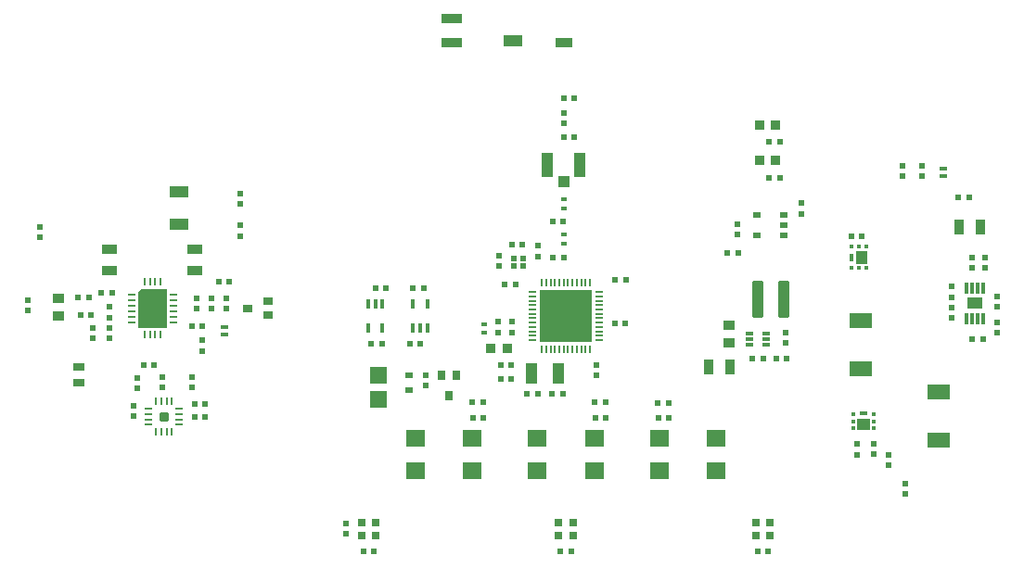
<source format=gbr>
G04*
G04 #@! TF.GenerationSoftware,Altium Limited,Altium Designer,24.3.1 (35)*
G04*
G04 Layer_Color=8421504*
%FSLAX44Y44*%
%MOMM*%
G71*
G04*
G04 #@! TF.SameCoordinates,025A4B24-8724-457C-B47B-0DB420FA472D*
G04*
G04*
G04 #@! TF.FilePolarity,Positive*
G04*
G01*
G75*
%ADD19R,1.6300X0.8600*%
%ADD20R,1.7700X1.1000*%
%ADD21R,1.8800X0.8600*%
%ADD22O,0.2000X0.8000*%
%ADD23O,0.8000X0.2000*%
%ADD24R,4.7000X4.7000*%
%ADD25R,0.6200X0.5700*%
%ADD26R,0.8000X0.7000*%
%ADD27R,0.5000X0.5500*%
%ADD28R,0.9500X0.9500*%
%ADD29R,0.8000X0.4600*%
%ADD30R,1.2000X1.1000*%
%ADD31R,0.4000X0.3500*%
%ADD32R,0.4600X0.8000*%
%ADD33R,1.1000X1.2000*%
%ADD34R,0.3500X0.4000*%
%ADD35R,0.4000X0.9500*%
%ADD36R,0.5700X0.6200*%
%ADD37R,1.1000X1.9000*%
%ADD38R,0.5200X0.4700*%
%ADD39R,1.4500X1.0500*%
%ADD40R,0.3200X1.0500*%
G04:AMPARAMS|DCode=41|XSize=0.3mm|YSize=0.67mm|CornerRadius=0.02mm|HoleSize=0mm|Usage=FLASHONLY|Rotation=270.000|XOffset=0mm|YOffset=0mm|HoleType=Round|Shape=RoundedRectangle|*
%AMROUNDEDRECTD41*
21,1,0.3000,0.6300,0,0,270.0*
21,1,0.2600,0.6700,0,0,270.0*
1,1,0.0400,-0.3150,-0.1300*
1,1,0.0400,-0.3150,0.1300*
1,1,0.0400,0.3150,0.1300*
1,1,0.0400,0.3150,-0.1300*
%
%ADD41ROUNDEDRECTD41*%
%ADD42R,0.8001X0.5500*%
G04:AMPARAMS|DCode=43|XSize=0.8mm|YSize=0.8mm|CornerRadius=0.02mm|HoleSize=0mm|Usage=FLASHONLY|Rotation=270.000|XOffset=0mm|YOffset=0mm|HoleType=Round|Shape=RoundedRectangle|*
%AMROUNDEDRECTD43*
21,1,0.8000,0.7600,0,0,270.0*
21,1,0.7600,0.8000,0,0,270.0*
1,1,0.0400,-0.3800,-0.3800*
1,1,0.0400,-0.3800,0.3800*
1,1,0.0400,0.3800,0.3800*
1,1,0.0400,0.3800,-0.3800*
%
%ADD43ROUNDEDRECTD43*%
G04:AMPARAMS|DCode=44|XSize=0.24mm|YSize=0.6mm|CornerRadius=0.02mm|HoleSize=0mm|Usage=FLASHONLY|Rotation=270.000|XOffset=0mm|YOffset=0mm|HoleType=Round|Shape=RoundedRectangle|*
%AMROUNDEDRECTD44*
21,1,0.2400,0.5600,0,0,270.0*
21,1,0.2000,0.6000,0,0,270.0*
1,1,0.0400,-0.2800,-0.1000*
1,1,0.0400,-0.2800,0.1000*
1,1,0.0400,0.2800,0.1000*
1,1,0.0400,0.2800,-0.1000*
%
%ADD44ROUNDEDRECTD44*%
G04:AMPARAMS|DCode=45|XSize=0.24mm|YSize=0.6mm|CornerRadius=0.02mm|HoleSize=0mm|Usage=FLASHONLY|Rotation=0.000|XOffset=0mm|YOffset=0mm|HoleType=Round|Shape=RoundedRectangle|*
%AMROUNDEDRECTD45*
21,1,0.2400,0.5600,0,0,0.0*
21,1,0.2000,0.6000,0,0,0.0*
1,1,0.0400,0.1000,-0.2800*
1,1,0.0400,-0.1000,-0.2800*
1,1,0.0400,-0.1000,0.2800*
1,1,0.0400,0.1000,0.2800*
%
%ADD45ROUNDEDRECTD45*%
%ADD46R,0.2500X0.7000*%
%ADD47R,0.7000X0.2500*%
%ADD48R,1.8000X1.5000*%
%ADD49R,0.5500X0.5000*%
%ADD50R,0.9500X1.3500*%
%ADD51R,1.0000X0.9000*%
G04:AMPARAMS|DCode=52|XSize=1.6mm|YSize=1.5mm|CornerRadius=0.03mm|HoleSize=0mm|Usage=FLASHONLY|Rotation=90.000|XOffset=0mm|YOffset=0mm|HoleType=Round|Shape=RoundedRectangle|*
%AMROUNDEDRECTD52*
21,1,1.6000,1.4400,0,0,90.0*
21,1,1.5400,1.5000,0,0,90.0*
1,1,0.0600,0.7200,0.7700*
1,1,0.0600,0.7200,-0.7700*
1,1,0.0600,-0.7200,-0.7700*
1,1,0.0600,-0.7200,0.7700*
%
%ADD52ROUNDEDRECTD52*%
%ADD53R,1.0000X0.8000*%
%ADD54R,0.9000X0.7000*%
%ADD55R,0.7000X0.9000*%
G04:AMPARAMS|DCode=56|XSize=0.98mm|YSize=3.4mm|CornerRadius=0.08mm|HoleSize=0mm|Usage=FLASHONLY|Rotation=180.000|XOffset=0mm|YOffset=0mm|HoleType=Round|Shape=RoundedRectangle|*
%AMROUNDEDRECTD56*
21,1,0.9800,3.2400,0,0,180.0*
21,1,0.8200,3.4000,0,0,180.0*
1,1,0.1600,-0.4100,1.6200*
1,1,0.1600,0.4100,1.6200*
1,1,0.1600,0.4100,-1.6200*
1,1,0.1600,-0.4100,-1.6200*
%
%ADD56ROUNDEDRECTD56*%
G04:AMPARAMS|DCode=57|XSize=0.4mm|YSize=0.5mm|CornerRadius=0.03mm|HoleSize=0mm|Usage=FLASHONLY|Rotation=270.000|XOffset=0mm|YOffset=0mm|HoleType=Round|Shape=RoundedRectangle|*
%AMROUNDEDRECTD57*
21,1,0.4000,0.4400,0,0,270.0*
21,1,0.3400,0.5000,0,0,270.0*
1,1,0.0600,-0.2200,-0.1700*
1,1,0.0600,-0.2200,0.1700*
1,1,0.0600,0.2200,0.1700*
1,1,0.0600,0.2200,-0.1700*
%
%ADD57ROUNDEDRECTD57*%
%ADD58R,0.9000X0.9700*%
%ADD59R,1.0000X1.0500*%
%ADD60R,1.0500X2.2000*%
%ADD61R,0.7000X0.4000*%
%ADD62R,2.1000X1.4000*%
%ADD63R,0.7000X0.4000*%
%ADD64R,0.7000X0.6000*%
%ADD65R,1.8000X1.1000*%
%ADD66R,1.4000X0.9500*%
G36*
X-364019Y-11330D02*
X-390520D01*
Y21480D01*
X-387328Y24672D01*
X-364019D01*
Y-11330D01*
D02*
G37*
D19*
X-1564Y249519D02*
D03*
D20*
X-48564Y251069D02*
D03*
D21*
X-104464Y249519D02*
D03*
Y271919D02*
D03*
D22*
X-22000Y-30640D02*
D03*
X-18000D02*
D03*
X-14000D02*
D03*
X-10000D02*
D03*
X-6000D02*
D03*
X-2000D02*
D03*
X2000D02*
D03*
X6000D02*
D03*
X10000D02*
D03*
X14000D02*
D03*
X18000D02*
D03*
X22000D02*
D03*
Y29860D02*
D03*
X18000D02*
D03*
X14000D02*
D03*
X10000D02*
D03*
X6000D02*
D03*
X2000D02*
D03*
X-2000D02*
D03*
X-6000D02*
D03*
X-10000D02*
D03*
X-14000D02*
D03*
X-18000D02*
D03*
X-22000D02*
D03*
D23*
X30250Y-22390D02*
D03*
Y-18390D02*
D03*
Y-14390D02*
D03*
Y-10390D02*
D03*
Y-6390D02*
D03*
Y-2390D02*
D03*
Y1610D02*
D03*
Y5610D02*
D03*
Y9610D02*
D03*
Y13610D02*
D03*
Y17610D02*
D03*
Y21610D02*
D03*
X-30250D02*
D03*
Y17610D02*
D03*
Y13610D02*
D03*
Y9610D02*
D03*
Y5610D02*
D03*
Y1610D02*
D03*
Y-2390D02*
D03*
Y-6390D02*
D03*
Y-10390D02*
D03*
Y-14390D02*
D03*
Y-18390D02*
D03*
Y-22390D02*
D03*
D24*
X0Y-390D02*
D03*
D25*
X-480060Y71350D02*
D03*
Y81050D02*
D03*
X-297180Y72620D02*
D03*
Y82320D02*
D03*
Y111530D02*
D03*
Y101830D02*
D03*
X351790Y26440D02*
D03*
Y16740D02*
D03*
Y-2310D02*
D03*
Y7390D02*
D03*
X200660Y-15240D02*
D03*
Y-24940D02*
D03*
X156210Y83590D02*
D03*
Y73890D02*
D03*
X214630Y102640D02*
D03*
Y92940D02*
D03*
X-341630Y-65810D02*
D03*
Y-56110D02*
D03*
X-337390Y16125D02*
D03*
Y6425D02*
D03*
X-395000Y-91960D02*
D03*
Y-82260D02*
D03*
X-323420Y6410D02*
D03*
Y16110D02*
D03*
X-416590Y-11140D02*
D03*
Y-20840D02*
D03*
Y7910D02*
D03*
Y-1790D02*
D03*
X27940Y-45070D02*
D03*
Y-54770D02*
D03*
X-25400Y63920D02*
D03*
Y54220D02*
D03*
X-61250Y54800D02*
D03*
Y45100D02*
D03*
X-62230Y-15400D02*
D03*
Y-5700D02*
D03*
X-49530Y-15400D02*
D03*
Y-5700D02*
D03*
D26*
X186500Y-201000D02*
D03*
Y-189000D02*
D03*
X173500D02*
D03*
Y-201000D02*
D03*
X6500D02*
D03*
Y-189000D02*
D03*
X-6500D02*
D03*
Y-201000D02*
D03*
X-173500D02*
D03*
Y-189000D02*
D03*
X-186500D02*
D03*
Y-201000D02*
D03*
D27*
X185750Y158750D02*
D03*
X195250D02*
D03*
X185750Y125730D02*
D03*
X195250D02*
D03*
X270180Y72390D02*
D03*
X260680D02*
D03*
X371170Y-21590D02*
D03*
X380670D02*
D03*
X201600Y-39370D02*
D03*
X192100D02*
D03*
X179930D02*
D03*
X170430D02*
D03*
X157150Y57150D02*
D03*
X147650D02*
D03*
X-329340Y-92390D02*
D03*
X-338840D02*
D03*
X-442930Y247D02*
D03*
X-433430D02*
D03*
X-331880Y-9840D02*
D03*
X-341380D02*
D03*
X-316760Y31000D02*
D03*
X-307260D02*
D03*
X-375825Y-45078D02*
D03*
X-385325D02*
D03*
X-85260Y-79210D02*
D03*
X-75760D02*
D03*
X26500D02*
D03*
X36000D02*
D03*
X84150Y-80010D02*
D03*
X93650D02*
D03*
D28*
X191650Y173990D02*
D03*
X176650D02*
D03*
X191650Y142240D02*
D03*
X176650D02*
D03*
D29*
X271780Y-89420D02*
D03*
D30*
Y-99320D02*
D03*
D31*
X262268Y-90020D02*
D03*
X281292D02*
D03*
X262268Y-103020D02*
D03*
X281292D02*
D03*
X262268Y-96520D02*
D03*
X281292D02*
D03*
D32*
X260350Y53340D02*
D03*
D33*
X270250D02*
D03*
D34*
X260950Y43828D02*
D03*
Y62852D02*
D03*
X273950Y43828D02*
D03*
Y62852D02*
D03*
X267450Y43828D02*
D03*
Y62852D02*
D03*
D35*
X-139496Y10310D02*
D03*
X-126496D02*
D03*
Y-11690D02*
D03*
X-132996D02*
D03*
X-139496D02*
D03*
X-167490D02*
D03*
X-180490D02*
D03*
Y10310D02*
D03*
X-173990D02*
D03*
X-167490D02*
D03*
D36*
X-139470Y25400D02*
D03*
X-129770D02*
D03*
X-132996Y-25400D02*
D03*
X-142696D02*
D03*
X-55886Y28189D02*
D03*
X-46186D02*
D03*
X-167870Y-25400D02*
D03*
X-177570D02*
D03*
X-173760Y25400D02*
D03*
X-164060D02*
D03*
X358282Y108024D02*
D03*
X367982D02*
D03*
X-338940Y-80960D02*
D03*
X-329240D02*
D03*
X-435680Y17030D02*
D03*
X-445380D02*
D03*
X-414330Y20640D02*
D03*
X-424030D02*
D03*
X-1858Y198422D02*
D03*
X7842D02*
D03*
X-1858Y162862D02*
D03*
X7842D02*
D03*
X44680Y-6740D02*
D03*
X54380D02*
D03*
X44988Y32497D02*
D03*
X54688D02*
D03*
X-2318Y85782D02*
D03*
X-12018D02*
D03*
X-2168Y53380D02*
D03*
X-11868D02*
D03*
X-2770Y-71120D02*
D03*
X-12470D02*
D03*
X-35330D02*
D03*
X-25630D02*
D03*
X-49300Y64770D02*
D03*
X-39600D02*
D03*
X-49760Y-57540D02*
D03*
X-59460D02*
D03*
X-49760Y-44840D02*
D03*
X-59460D02*
D03*
X4850Y-215100D02*
D03*
X-4850D02*
D03*
X184850D02*
D03*
X175150D02*
D03*
X-175067Y-215005D02*
D03*
X-184767D02*
D03*
X-84860Y-93180D02*
D03*
X-75160D02*
D03*
X26900D02*
D03*
X36600D02*
D03*
X84550D02*
D03*
X94250D02*
D03*
D37*
X-6619Y-52700D02*
D03*
X-31619D02*
D03*
D38*
X-47570Y45330D02*
D03*
Y52030D02*
D03*
X-39370D02*
D03*
Y45330D02*
D03*
D39*
X373380Y11430D02*
D03*
D40*
X380880Y25530D02*
D03*
X375880D02*
D03*
X370880D02*
D03*
X365880D02*
D03*
X380880Y-2670D02*
D03*
X375880D02*
D03*
X370880D02*
D03*
X365880D02*
D03*
D41*
X182660Y-26590D02*
D03*
Y-21590D02*
D03*
Y-16590D02*
D03*
X167860D02*
D03*
Y-21590D02*
D03*
Y-26590D02*
D03*
D42*
X174181Y73050D02*
D03*
Y92050D02*
D03*
X199200D02*
D03*
Y82550D02*
D03*
Y73050D02*
D03*
D43*
X-367060Y-92190D02*
D03*
D44*
X-353060Y-84690D02*
D03*
Y-89690D02*
D03*
Y-94690D02*
D03*
Y-99690D02*
D03*
X-381060D02*
D03*
Y-94690D02*
D03*
Y-89690D02*
D03*
Y-84690D02*
D03*
D45*
X-359560Y-106190D02*
D03*
X-364560D02*
D03*
X-369560D02*
D03*
X-374560D02*
D03*
Y-78190D02*
D03*
X-369560D02*
D03*
X-364560D02*
D03*
X-359560D02*
D03*
D46*
X-384770Y-17330D02*
D03*
X-379770D02*
D03*
X-374770D02*
D03*
X-369770D02*
D03*
Y30670D02*
D03*
X-374770D02*
D03*
X-379770D02*
D03*
X-384770D02*
D03*
D47*
X-358270Y-5830D02*
D03*
Y-830D02*
D03*
Y4170D02*
D03*
Y9170D02*
D03*
Y14170D02*
D03*
Y19170D02*
D03*
X-396270Y4170D02*
D03*
Y19170D02*
D03*
Y14170D02*
D03*
Y9170D02*
D03*
Y-830D02*
D03*
Y-5830D02*
D03*
D48*
X-85460Y-112440D02*
D03*
Y-141440D02*
D03*
X-137460Y-112440D02*
D03*
Y-141440D02*
D03*
X26000Y-112440D02*
D03*
Y-141440D02*
D03*
X-26000Y-112440D02*
D03*
Y-141440D02*
D03*
X137460Y-112440D02*
D03*
Y-141440D02*
D03*
X85460Y-112440D02*
D03*
Y-141440D02*
D03*
D49*
X294640Y-136830D02*
D03*
Y-127330D02*
D03*
X265430Y-127000D02*
D03*
Y-117500D02*
D03*
X307340Y127330D02*
D03*
Y136830D02*
D03*
X325137Y127330D02*
D03*
Y136830D02*
D03*
X280670Y-126670D02*
D03*
Y-117170D02*
D03*
X309880Y-162814D02*
D03*
Y-153314D02*
D03*
X382270Y43510D02*
D03*
Y53010D02*
D03*
X393700Y-15740D02*
D03*
Y-6240D02*
D03*
X370840Y53010D02*
D03*
Y43510D02*
D03*
X393700Y17450D02*
D03*
Y7950D02*
D03*
X-309971Y16010D02*
D03*
Y6510D02*
D03*
X-331550Y-32040D02*
D03*
Y-22540D02*
D03*
X-491520Y4660D02*
D03*
Y14160D02*
D03*
X-368300Y-65710D02*
D03*
Y-56210D02*
D03*
X-391240Y-66660D02*
D03*
Y-57160D02*
D03*
X-431830Y-20740D02*
D03*
Y-11240D02*
D03*
X-128270Y-63560D02*
D03*
Y-54060D02*
D03*
X-2088Y175892D02*
D03*
Y185392D02*
D03*
X-200660Y-199530D02*
D03*
Y-190030D02*
D03*
D50*
X378050Y81280D02*
D03*
X358550D02*
D03*
X149450Y-46990D02*
D03*
X129950D02*
D03*
D51*
X-463580Y-262D02*
D03*
Y15738D02*
D03*
X148590Y-24510D02*
D03*
Y-8510D02*
D03*
D52*
X-171450Y-76160D02*
D03*
Y-54160D02*
D03*
D53*
X-444580Y-61540D02*
D03*
Y-47040D02*
D03*
D54*
X-290860Y6870D02*
D03*
X-271860Y13370D02*
D03*
Y370D02*
D03*
D55*
X-106680Y-73390D02*
D03*
X-113180Y-54390D02*
D03*
X-100180D02*
D03*
D56*
X198540Y15240D02*
D03*
X174840D02*
D03*
D57*
X-2088Y106112D02*
D03*
Y98112D02*
D03*
Y74152D02*
D03*
Y66152D02*
D03*
X-74930Y-7820D02*
D03*
Y-15820D02*
D03*
D58*
X-53340Y-29600D02*
D03*
X-69040D02*
D03*
D59*
X-2088Y122212D02*
D03*
D60*
X12662Y137462D02*
D03*
X-16838D02*
D03*
D61*
X344170Y134310D02*
D03*
Y127310D02*
D03*
D62*
X340360Y-113440D02*
D03*
Y-69440D02*
D03*
X269240Y-48670D02*
D03*
Y-4670D02*
D03*
D63*
X-311230Y-17150D02*
D03*
Y-10150D02*
D03*
D64*
X-143510Y-54350D02*
D03*
Y-68350D02*
D03*
D65*
X-353090Y113310D02*
D03*
Y83310D02*
D03*
D66*
X-416590Y41570D02*
D03*
Y61070D02*
D03*
X-339120Y41570D02*
D03*
Y61070D02*
D03*
M02*

</source>
